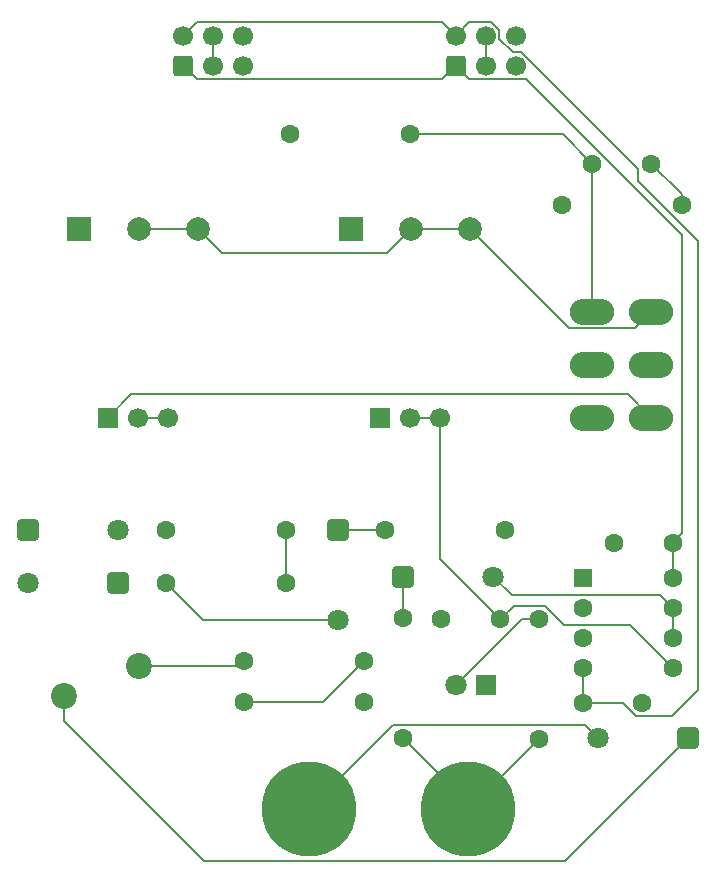
<source format=gbr>
%TF.GenerationSoftware,KiCad,Pcbnew,9.0.6*%
%TF.CreationDate,2026-01-15T15:00:41+11:00*%
%TF.ProjectId,envelope-generator,656e7665-6c6f-4706-952d-67656e657261,rev?*%
%TF.SameCoordinates,Original*%
%TF.FileFunction,Copper,L1,Top*%
%TF.FilePolarity,Positive*%
%FSLAX46Y46*%
G04 Gerber Fmt 4.6, Leading zero omitted, Abs format (unit mm)*
G04 Created by KiCad (PCBNEW 9.0.6) date 2026-01-15 15:00:41*
%MOMM*%
%LPD*%
G01*
G04 APERTURE LIST*
G04 Aperture macros list*
%AMRoundRect*
0 Rectangle with rounded corners*
0 $1 Rounding radius*
0 $2 $3 $4 $5 $6 $7 $8 $9 X,Y pos of 4 corners*
0 Add a 4 corners polygon primitive as box body*
4,1,4,$2,$3,$4,$5,$6,$7,$8,$9,$2,$3,0*
0 Add four circle primitives for the rounded corners*
1,1,$1+$1,$2,$3*
1,1,$1+$1,$4,$5*
1,1,$1+$1,$6,$7*
1,1,$1+$1,$8,$9*
0 Add four rect primitives between the rounded corners*
20,1,$1+$1,$2,$3,$4,$5,0*
20,1,$1+$1,$4,$5,$6,$7,0*
20,1,$1+$1,$6,$7,$8,$9,0*
20,1,$1+$1,$8,$9,$2,$3,0*%
G04 Aperture macros list end*
%TA.AperFunction,ComponentPad*%
%ADD10RoundRect,0.250000X0.650000X0.650000X-0.650000X0.650000X-0.650000X-0.650000X0.650000X-0.650000X0*%
%TD*%
%TA.AperFunction,ComponentPad*%
%ADD11C,1.800000*%
%TD*%
%TA.AperFunction,ComponentPad*%
%ADD12RoundRect,0.250000X-0.650000X0.650000X-0.650000X-0.650000X0.650000X-0.650000X0.650000X0.650000X0*%
%TD*%
%TA.AperFunction,ComponentPad*%
%ADD13R,2.000000X2.000000*%
%TD*%
%TA.AperFunction,ComponentPad*%
%ADD14C,2.000000*%
%TD*%
%TA.AperFunction,ComponentPad*%
%ADD15C,1.600000*%
%TD*%
%TA.AperFunction,ComponentPad*%
%ADD16C,8.000000*%
%TD*%
%TA.AperFunction,ComponentPad*%
%ADD17RoundRect,0.250000X-0.650000X-0.650000X0.650000X-0.650000X0.650000X0.650000X-0.650000X0.650000X0*%
%TD*%
%TA.AperFunction,ComponentPad*%
%ADD18RoundRect,0.250000X0.600000X-0.600000X0.600000X0.600000X-0.600000X0.600000X-0.600000X-0.600000X0*%
%TD*%
%TA.AperFunction,ComponentPad*%
%ADD19C,1.700000*%
%TD*%
%TA.AperFunction,ComponentPad*%
%ADD20R,1.800000X1.800000*%
%TD*%
%TA.AperFunction,ComponentPad*%
%ADD21R,1.700000X1.700000*%
%TD*%
%TA.AperFunction,ComponentPad*%
%ADD22O,3.750000X2.200000*%
%TD*%
%TA.AperFunction,ComponentPad*%
%ADD23C,2.200000*%
%TD*%
%TA.AperFunction,ComponentPad*%
%ADD24RoundRect,0.250000X-0.550000X-0.550000X0.550000X-0.550000X0.550000X0.550000X-0.550000X0.550000X0*%
%TD*%
%TA.AperFunction,Conductor*%
%ADD25C,0.200000*%
%TD*%
G04 APERTURE END LIST*
D10*
%TO.P,D1,1,K*%
%TO.N,Net-(D1-K)*%
X122620000Y-86580000D03*
D11*
%TO.P,D1,2,A*%
%TO.N,Net-(D1-A)*%
X115000000Y-86580000D03*
%TD*%
D12*
%TO.P,D2,1,K*%
%TO.N,Net-(D2-K)*%
X93000000Y-69000000D03*
D11*
%TO.P,D2,2,A*%
%TO.N,GND*%
X93000000Y-76620000D03*
%TD*%
D13*
%TO.P,J3,1,Pin_1*%
%TO.N,Net-(D4-A)*%
X94050000Y-43500000D03*
D14*
%TO.P,J3,2,Pin_2*%
%TO.N,Net-(J3-Pin_2)*%
X99130000Y-43500000D03*
%TO.P,J3,3,Pin_3*%
X104130000Y-43500000D03*
%TD*%
D15*
%TO.P,R6,1*%
%TO.N,Net-(U1A--)*%
X95160000Y-80080000D03*
%TO.P,R6,2*%
%TO.N,12V*%
X85000000Y-80080000D03*
%TD*%
%TO.P,R5,1*%
%TO.N,GND*%
X78420000Y-73500000D03*
%TO.P,R5,2*%
%TO.N,Net-(U1A-+)*%
X88580000Y-73500000D03*
%TD*%
%TO.P,C2,1*%
%TO.N,Net-(J3-Pin_2)*%
X106719351Y-76559953D03*
%TO.P,C2,2*%
%TO.N,GND*%
X101719351Y-76559953D03*
%TD*%
%TO.P,R8,1*%
%TO.N,Net-(J7-Pin_1)*%
X98500000Y-86580000D03*
%TO.P,R8,2*%
%TO.N,Net-(D6-K)*%
X98500000Y-76420000D03*
%TD*%
%TO.P,C3,1*%
%TO.N,GND*%
X116310000Y-70080000D03*
%TO.P,C3,2*%
%TO.N,12V*%
X121310000Y-70080000D03*
%TD*%
D10*
%TO.P,D3,1,K*%
%TO.N,Net-(D3-K)*%
X74310000Y-73500000D03*
D11*
%TO.P,D3,2,A*%
%TO.N,Net-(D3-A)*%
X66690000Y-73500000D03*
%TD*%
D16*
%TO.P,J7,1,Pin_1*%
%TO.N,Net-(J7-Pin_1)*%
X104000000Y-92580000D03*
%TD*%
D15*
%TO.P,R3,1*%
%TO.N,Net-(SW2A-A)*%
X111920000Y-41500000D03*
%TO.P,R3,2*%
%TO.N,Net-(C1-Pad2)*%
X122080000Y-41500000D03*
%TD*%
D13*
%TO.P,J4,1,Pin_1*%
%TO.N,Net-(J4-Pin_1)*%
X71050000Y-43500000D03*
D14*
%TO.P,J4,2,Pin_2*%
%TO.N,Net-(J3-Pin_2)*%
X76130000Y-43500000D03*
%TO.P,J4,3,Pin_3*%
X81130000Y-43500000D03*
%TD*%
D17*
%TO.P,D4,1,K*%
%TO.N,Net-(D3-A)*%
X66690000Y-69000000D03*
D11*
%TO.P,D4,2,A*%
%TO.N,Net-(D4-A)*%
X74310000Y-69000000D03*
%TD*%
D18*
%TO.P,J2,1,Pin_1*%
%TO.N,12V*%
X102929000Y-29691000D03*
D19*
%TO.P,J2,2,Pin_2*%
%TO.N,-12V*%
X102929000Y-27151000D03*
%TO.P,J2,3,Pin_3*%
%TO.N,GND*%
X105469000Y-29691000D03*
%TO.P,J2,4,Pin_4*%
X105469000Y-27151000D03*
%TO.P,J2,5,Pin_5*%
%TO.N,5V*%
X108009000Y-29691000D03*
%TO.P,J2,6,Pin_6*%
%TO.N,unconnected-(J2-Pin_6-Pad6)*%
X108009000Y-27151000D03*
%TD*%
D18*
%TO.P,J1,1,Pin_1*%
%TO.N,12V*%
X79849000Y-29691000D03*
D19*
%TO.P,J1,2,Pin_2*%
%TO.N,-12V*%
X79849000Y-27151000D03*
%TO.P,J1,3,Pin_3*%
%TO.N,GND*%
X82389000Y-29691000D03*
%TO.P,J1,4,Pin_4*%
X82389000Y-27151000D03*
%TO.P,J1,5,Pin_5*%
%TO.N,5V*%
X84929000Y-29691000D03*
%TO.P,J1,6,Pin_6*%
%TO.N,unconnected-(J1-Pin_6-Pad6)*%
X84929000Y-27151000D03*
%TD*%
D20*
%TO.P,D5,1,K*%
%TO.N,GND*%
X105500000Y-82080000D03*
D11*
%TO.P,D5,2,A*%
%TO.N,Net-(D5-A)*%
X102960000Y-82080000D03*
%TD*%
D15*
%TO.P,R4,1*%
%TO.N,Net-(U1A-+)*%
X88580000Y-69000000D03*
%TO.P,R4,2*%
%TO.N,Net-(SW2A-A)*%
X78420000Y-69000000D03*
%TD*%
D21*
%TO.P,RV2,1,1*%
%TO.N,Net-(D4-A)*%
X96510000Y-59500000D03*
D19*
%TO.P,RV2,2,2*%
%TO.N,Net-(J3-Pin_2)*%
X99050000Y-59500000D03*
%TO.P,RV2,3,3*%
X101590000Y-59500000D03*
%TD*%
D15*
%TO.P,R2,1*%
%TO.N,Net-(D2-K)*%
X96920000Y-69000000D03*
%TO.P,R2,2*%
%TO.N,Net-(C1-Pad2)*%
X107080000Y-69000000D03*
%TD*%
%TO.P,C1,1*%
%TO.N,Net-(SW2A-C)*%
X114500000Y-38000000D03*
%TO.P,C1,2*%
%TO.N,Net-(C1-Pad2)*%
X119500000Y-38000000D03*
%TD*%
%TO.P,R1,1*%
%TO.N,GND*%
X88920000Y-35500000D03*
%TO.P,R1,2*%
%TO.N,Net-(SW2A-C)*%
X99080000Y-35500000D03*
%TD*%
%TO.P,C4,1*%
%TO.N,GND*%
X118691655Y-83619448D03*
%TO.P,C4,2*%
%TO.N,-12V*%
X113691655Y-83619448D03*
%TD*%
D16*
%TO.P,J5,1,Pin_1*%
%TO.N,Net-(D1-A)*%
X90500000Y-92580000D03*
%TD*%
D21*
%TO.P,RV1,1,1*%
%TO.N,Net-(J4-Pin_1)*%
X73460000Y-59500000D03*
D19*
%TO.P,RV1,2,2*%
%TO.N,Net-(J3-Pin_2)*%
X76000000Y-59500000D03*
%TO.P,RV1,3,3*%
X78540000Y-59500000D03*
%TD*%
D22*
%TO.P,SW2,1,A*%
%TO.N,Net-(SW2A-A)*%
X114500000Y-59500000D03*
%TO.P,SW2,2,B*%
%TO.N,Net-(D1-K)*%
X114500000Y-55000000D03*
%TO.P,SW2,3,C*%
%TO.N,Net-(SW2A-C)*%
X114500000Y-50500000D03*
%TO.P,SW2,4,A*%
%TO.N,Net-(J4-Pin_1)*%
X119500000Y-59500000D03*
%TO.P,SW2,5,B*%
%TO.N,Net-(D3-K)*%
X119500000Y-55000000D03*
%TO.P,SW2,6,C*%
%TO.N,Net-(J3-Pin_2)*%
X119500000Y-50500000D03*
%TD*%
D23*
%TO.P,SW1,1,1*%
%TO.N,12V*%
X76120000Y-80500000D03*
%TO.P,SW1,2,2*%
%TO.N,Net-(D1-K)*%
X69770000Y-83040000D03*
%TD*%
D15*
%TO.P,R7,1*%
%TO.N,GND*%
X95160000Y-83580000D03*
%TO.P,R7,2*%
%TO.N,Net-(U1A--)*%
X85000000Y-83580000D03*
%TD*%
D17*
%TO.P,D6,1,K*%
%TO.N,Net-(D6-K)*%
X98491280Y-72930719D03*
D11*
%TO.P,D6,2,A*%
%TO.N,Net-(D6-A)*%
X106111280Y-72930719D03*
%TD*%
D24*
%TO.P,U1,1*%
%TO.N,Net-(D3-A)*%
X113690000Y-73040000D03*
D15*
%TO.P,U1,2,-*%
%TO.N,Net-(U1A--)*%
X113690000Y-75580000D03*
%TO.P,U1,3,+*%
%TO.N,Net-(U1A-+)*%
X113690000Y-78120000D03*
%TO.P,U1,4,V-*%
%TO.N,-12V*%
X113690000Y-80660000D03*
%TO.P,U1,5,+*%
%TO.N,Net-(J3-Pin_2)*%
X121310000Y-80660000D03*
%TO.P,U1,6,-*%
%TO.N,Net-(D6-A)*%
X121310000Y-78120000D03*
%TO.P,U1,7*%
X121310000Y-75580000D03*
%TO.P,U1,8,V+*%
%TO.N,12V*%
X121310000Y-73040000D03*
%TD*%
%TO.P,R9,1*%
%TO.N,Net-(D5-A)*%
X110000000Y-76500000D03*
%TO.P,R9,2*%
%TO.N,Net-(J7-Pin_1)*%
X110000000Y-86660000D03*
%TD*%
D25*
%TO.N,Net-(C1-Pad2)*%
X119500000Y-38000000D02*
X122080000Y-40580000D01*
X122080000Y-40580000D02*
X122080000Y-41500000D01*
%TO.N,Net-(SW2A-C)*%
X114500000Y-38000000D02*
X114500000Y-50500000D01*
X99080000Y-35500000D02*
X112000000Y-35500000D01*
X112000000Y-35500000D02*
X114500000Y-38000000D01*
%TO.N,GND*%
X93000000Y-76620000D02*
X81540000Y-76620000D01*
X82389000Y-27151000D02*
X82389000Y-29691000D01*
X105469000Y-27151000D02*
X105469000Y-29691000D01*
X81540000Y-76620000D02*
X78420000Y-73500000D01*
%TO.N,Net-(J3-Pin_2)*%
X107880304Y-75399000D02*
X106719351Y-76559953D01*
X112531000Y-51901000D02*
X118099000Y-51901000D01*
X76000000Y-59500000D02*
X78540000Y-59500000D01*
X112076050Y-77019000D02*
X110456050Y-75399000D01*
X101590000Y-59500000D02*
X101590000Y-71430602D01*
X97130000Y-45500000D02*
X99130000Y-43500000D01*
X118099000Y-51901000D02*
X119500000Y-50500000D01*
X104130000Y-43500000D02*
X112531000Y-51901000D01*
X81130000Y-43500000D02*
X83130000Y-45500000D01*
X99130000Y-43500000D02*
X104130000Y-43500000D01*
X81130000Y-43500000D02*
X76130000Y-43500000D01*
X110456050Y-75399000D02*
X107880304Y-75399000D01*
X99050000Y-59500000D02*
X101590000Y-59500000D01*
X101590000Y-71430602D02*
X106719351Y-76559953D01*
X117669000Y-77019000D02*
X112076050Y-77019000D01*
X83130000Y-45500000D02*
X97130000Y-45500000D01*
X121310000Y-80660000D02*
X117669000Y-77019000D01*
%TO.N,Net-(D1-K)*%
X112200000Y-97000000D02*
X81618470Y-97000000D01*
X69770000Y-85151530D02*
X69770000Y-83040000D01*
X81618470Y-97000000D02*
X69770000Y-85151530D01*
X122620000Y-86580000D02*
X112200000Y-97000000D01*
%TO.N,Net-(D1-A)*%
X97601000Y-85479000D02*
X113899000Y-85479000D01*
X113899000Y-85479000D02*
X115000000Y-86580000D01*
X90500000Y-92580000D02*
X97601000Y-85479000D01*
%TO.N,Net-(D2-K)*%
X93000000Y-69000000D02*
X96920000Y-69000000D01*
%TO.N,Net-(D5-A)*%
X102960000Y-82080000D02*
X108540000Y-76500000D01*
X108540000Y-76500000D02*
X110000000Y-76500000D01*
%TO.N,Net-(D6-A)*%
X121310000Y-78120000D02*
X121310000Y-75580000D01*
X120209000Y-74479000D02*
X107659561Y-74479000D01*
X121310000Y-75580000D02*
X120209000Y-74479000D01*
X107659561Y-74479000D02*
X106111280Y-72930719D01*
%TO.N,Net-(D6-K)*%
X98491280Y-72930719D02*
X98491280Y-76411280D01*
X98491280Y-76411280D02*
X98500000Y-76420000D01*
%TO.N,-12V*%
X117119448Y-83619448D02*
X113691655Y-83619448D01*
X118399000Y-39472865D02*
X123426135Y-44500000D01*
X104080000Y-26000000D02*
X105945760Y-26000000D01*
X123426135Y-82500000D02*
X121205687Y-84720448D01*
X113690000Y-83617793D02*
X113691655Y-83619448D01*
X79849000Y-27151000D02*
X81000000Y-26000000D01*
X102929000Y-27151000D02*
X104080000Y-26000000D01*
X118399000Y-38453240D02*
X118399000Y-39472865D01*
X101778000Y-26000000D02*
X102929000Y-27151000D01*
X123426135Y-44500000D02*
X123426135Y-82500000D01*
X113690000Y-80660000D02*
X113690000Y-83617793D01*
X121205687Y-84720448D02*
X118220448Y-84720448D01*
X106620000Y-26674240D02*
X106620000Y-27389760D01*
X106620000Y-27389760D02*
X107770240Y-28540000D01*
X105945760Y-26000000D02*
X106620000Y-26674240D01*
X107770240Y-28540000D02*
X108485760Y-28540000D01*
X108485760Y-28540000D02*
X118399000Y-38453240D01*
X81000000Y-26000000D02*
X101778000Y-26000000D01*
X118220448Y-84720448D02*
X117119448Y-83619448D01*
%TO.N,12V*%
X76120000Y-80500000D02*
X84580000Y-80500000D01*
X122109999Y-69280001D02*
X122109999Y-44052949D01*
X108899050Y-30842000D02*
X104080000Y-30842000D01*
X121310000Y-70080000D02*
X121310000Y-73040000D01*
X79849000Y-29691000D02*
X81000000Y-30842000D01*
X84580000Y-80500000D02*
X85000000Y-80080000D01*
X101778000Y-30842000D02*
X102929000Y-29691000D01*
X122109999Y-44052949D02*
X108899050Y-30842000D01*
X104080000Y-30842000D02*
X102929000Y-29691000D01*
X121310000Y-70080000D02*
X122109999Y-69280001D01*
X81000000Y-30842000D02*
X101778000Y-30842000D01*
%TO.N,Net-(J4-Pin_1)*%
X117500000Y-57500000D02*
X75460000Y-57500000D01*
X75460000Y-57500000D02*
X73460000Y-59500000D01*
X119500000Y-59500000D02*
X117500000Y-57500000D01*
%TO.N,Net-(J7-Pin_1)*%
X104000000Y-92080000D02*
X104000000Y-92580000D01*
X110000000Y-86660000D02*
X104080000Y-92580000D01*
X98500000Y-86580000D02*
X104000000Y-92080000D01*
X104080000Y-92580000D02*
X104000000Y-92580000D01*
%TO.N,Net-(U1A-+)*%
X88580000Y-69000000D02*
X88580000Y-73500000D01*
%TO.N,Net-(U1A--)*%
X91660000Y-83580000D02*
X95160000Y-80080000D01*
X85000000Y-83580000D02*
X91660000Y-83580000D01*
%TD*%
M02*

</source>
